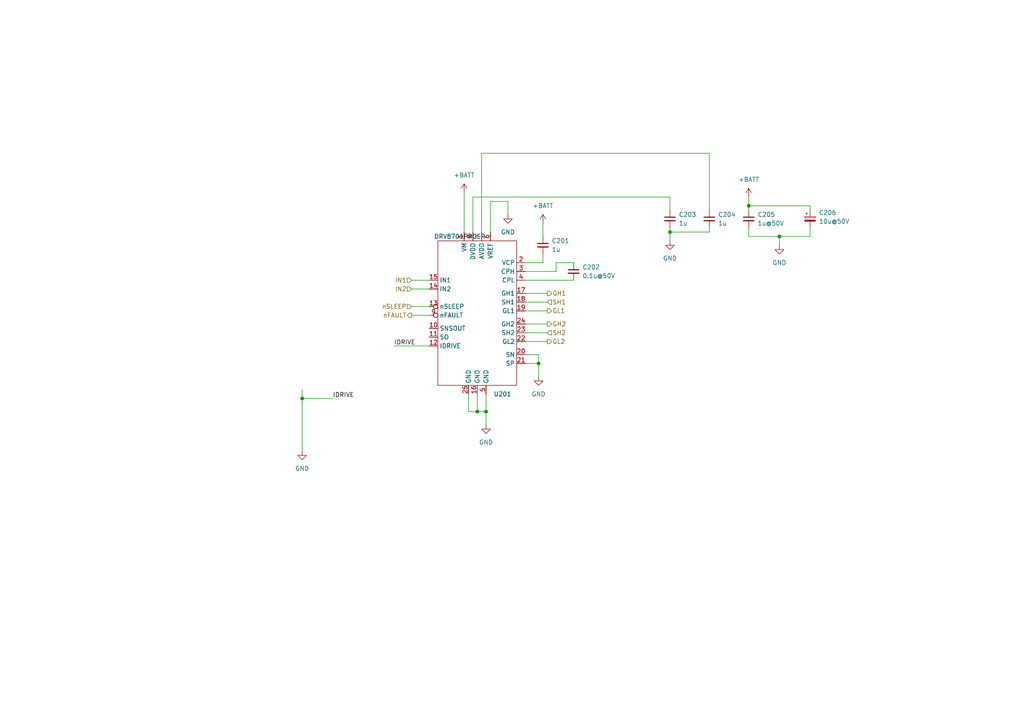
<source format=kicad_sch>
(kicad_sch (version 20230121) (generator eeschema)
  (paper "A4")
  (lib_symbols
    (symbol "Device:C_Polarized_Small" (pin_numbers hide) (pin_names (offset 0.254) hide)
      (property "Reference" "C" (at 0.254 1.778 0))
      (property "Value" "C_Polarized_Small" (at 0.254 -2.032 0))
      (symbol "C_Polarized_Small_0_1"
        (rectangle (start -1.524 -0.3048) (end 1.524 -0.6858) (fill (type outline)))
        (rectangle (start -1.524 0.6858) (end 1.524 0.3048))
        (polyline (pts (xy -1.27 1.524) (xy -0.762 1.524)))
        (polyline (pts (xy -1.016 1.27) (xy -1.016 1.778)))
      )
      (symbol "C_Polarized_Small_1_1"
        (pin passive line (at 0 2.54 270) (length 1.8542) (name "~") (number "1"))
        (pin passive line (at 0 -2.54 90) (length 1.8542) (name "~") (number "2"))
      )
    )
    (symbol "Device:C_Small" (pin_numbers hide) (pin_names (offset 0.254) hide)
      (property "Reference" "C" (at 0.254 1.778 0))
      (property "Value" "C_Small" (at 0.254 -2.032 0))
      (symbol "C_Small_0_1"
        (polyline (pts (xy -1.524 -0.508) (xy 1.524 -0.508)) (stroke (width 0.3302)))
        (polyline (pts (xy -1.524 0.508) (xy 1.524 0.508)) (stroke (width 0.3048)))
      )
      (symbol "C_Small_1_1"
        (pin passive line (at 0 2.54 270) (length 2.032) (name "~") (number "1"))
        (pin passive line (at 0 -2.54 90) (length 2.032) (name "~") (number "2"))
      )
    )
    (symbol "ESC:DRV8701P"
      (property "Reference" "U" (at 6.35 -22.86 0))
      (symbol "DRV8701P_0_0"
        (pin unspecified line (at -3.81 22.86 270) (length 2.54) (name "VM") (number "1"))
        (pin unspecified line (at -13.97 -5.08 0) (length 2.54) (name "SNSOUT") (number "10"))
        (pin unspecified line (at -13.97 -7.62 0) (length 2.54) (name "SO") (number "11"))
        (pin unspecified line (at -13.97 -10.16 0) (length 2.54) (name "IDRIVE") (number "12"))
        (pin unspecified inverted (at -13.97 1.27 0) (length 2.54) (name "nSLEEP") (number "13"))
        (pin unspecified line (at -13.97 6.35 0) (length 2.54) (name "IN2") (number "14"))
        (pin unspecified line (at -13.97 8.89 0) (length 2.54) (name "IN1") (number "15"))
        (pin unspecified line (at 0 -24.13 90) (length 2.54) (name "GND") (number "16"))
        (pin unspecified line (at 13.97 5.08 180) (length 2.54) (name "GH1") (number "17"))
        (pin unspecified line (at 13.97 2.54 180) (length 2.54) (name "SH1") (number "18"))
        (pin unspecified line (at 13.97 0 180) (length 2.54) (name "GL1") (number "19"))
        (pin unspecified line (at 13.97 13.97 180) (length 2.54) (name "VCP") (number "2"))
        (pin unspecified line (at 13.97 -12.7 180) (length 2.54) (name "SN") (number "20"))
        (pin unspecified line (at 13.97 -15.24 180) (length 2.54) (name "SP") (number "21"))
        (pin unspecified line (at 13.97 -8.89 180) (length 2.54) (name "GL2") (number "22"))
        (pin unspecified line (at 13.97 -6.35 180) (length 2.54) (name "SH2") (number "23"))
        (pin unspecified line (at 13.97 -3.81 180) (length 2.54) (name "GH2") (number "24"))
        (pin unspecified line (at 13.97 11.43 180) (length 2.54) (name "CPH") (number "3"))
        (pin unspecified line (at 13.97 8.89 180) (length 2.54) (name "CPL") (number "4"))
        (pin unspecified line (at 2.54 -24.13 90) (length 2.54) (name "GND") (number "5"))
        (pin unspecified line (at 3.81 22.86 270) (length 2.54) (name "VREF") (number "6"))
        (pin unspecified line (at 1.27 22.86 270) (length 2.54) (name "AVDD") (number "7"))
        (pin unspecified line (at -1.27 22.86 270) (length 2.54) (name "DVDD") (number "8"))
        (pin unspecified inverted (at -13.97 -1.27 0) (length 2.54) (name "nFAULT") (number "9"))
      )
      (symbol "DRV8701P_0_1"
        (rectangle (start -11.43 20.32) (end 11.43 -21.59))
      )
      (symbol "DRV8701P_1_0"
        (pin unspecified line (at -2.54 -24.13 90) (length 2.54) (name "GND") (number "25"))
      )
    )
    (symbol "power:+BATT" (power) (pin_names (offset 0))
      (property "Value" "+BATT" (at 0 3.556 0))
      (symbol "+BATT_0_1"
        (polyline (pts (xy -0.762 1.27) (xy 0 2.54)))
        (polyline (pts (xy 0 0) (xy 0 2.54)))
        (polyline (pts (xy 0 2.54) (xy 0.762 1.27)))
      )
      (symbol "+BATT_1_1"
        (pin power_in line (at 0 0 90) (length 0) hide (name "+BATT") (number "1"))
      )
    )
    (symbol "power:GND" (power) (pin_names (offset 0))
      (property "Value" "GND" (at 0 -3.81 0))
      (symbol "GND_0_1"
        (polyline (pts (xy 0 0) (xy 0 -1.27) (xy 1.27 -1.27) (xy 0 -2.54) (xy -1.27 -1.27) (xy 0 -1.27)))
      )
      (symbol "GND_1_1"
        (pin power_in line (at 0 0 270) (length 0) hide (name "GND") (number "1"))
      )
    )
  )
  (junction (at 140.97 119.38))
  (junction (at 194.31 67.31))
  (junction (at 87.63 115.57))
  (junction (at 226.06 68.58))
  (junction (at 217.17 59.69))
  (junction (at 156.21 105.41))
  (junction (at 138.43 119.38))
  (wire (pts (xy 156.21 105.41) (xy 152.4 105.41)))
  (wire (pts (xy 152.4 90.17) (xy 158.75 90.17)))
  (wire (pts (xy 139.7 44.45) (xy 139.7 67.31)))
  (wire (pts (xy 157.48 64.77) (xy 157.48 68.58)))
  (wire (pts (xy 157.48 76.2) (xy 152.4 76.2)))
  (wire (pts (xy 156.21 102.87) (xy 156.21 105.41)))
  (wire (pts (xy 137.16 57.15) (xy 194.31 57.15)))
  (wire (pts (xy 87.63 115.57) (xy 96.52 115.57)))
  (wire (pts (xy 138.43 119.38) (xy 140.97 119.38)))
  (wire (pts (xy 234.95 68.58) (xy 226.06 68.58)))
  (wire (pts (xy 147.32 62.23) (xy 147.32 58.42)))
  (wire (pts (xy 205.74 66.04) (xy 205.74 67.31)))
  (wire (pts (xy 194.31 57.15) (xy 194.31 60.96)))
  (wire (pts (xy 152.4 78.74) (xy 161.29 78.74)))
  (wire (pts (xy 152.4 99.06) (xy 158.75 99.06)))
  (wire (pts (xy 134.62 55.88) (xy 134.62 67.31)))
  (wire (pts (xy 137.16 57.15) (xy 137.16 67.31)))
  (wire (pts (xy 135.89 119.38) (xy 138.43 119.38)))
  (wire (pts (xy 140.97 119.38) (xy 140.97 123.19)))
  (wire (pts (xy 217.17 66.04) (xy 217.17 68.58)))
  (wire (pts (xy 205.74 44.45) (xy 205.74 60.96)))
  (wire (pts (xy 87.63 115.57) (xy 87.63 130.81)))
  (wire (pts (xy 152.4 81.28) (xy 166.37 81.28)))
  (wire (pts (xy 217.17 59.69) (xy 217.17 60.96)))
  (wire (pts (xy 234.95 60.96) (xy 234.95 59.69)))
  (wire (pts (xy 152.4 93.98) (xy 158.75 93.98)))
  (wire (pts (xy 140.97 114.3) (xy 140.97 119.38)))
  (wire (pts (xy 152.4 85.09) (xy 158.75 85.09)))
  (wire (pts (xy 135.89 114.3) (xy 135.89 119.38)))
  (wire (pts (xy 234.95 66.04) (xy 234.95 68.58)))
  (wire (pts (xy 119.38 81.28) (xy 124.46 81.28)))
  (wire (pts (xy 87.63 113.03) (xy 87.63 115.57)))
  (wire (pts (xy 217.17 59.69) (xy 234.95 59.69)))
  (wire (pts (xy 139.7 44.45) (xy 205.74 44.45)))
  (wire (pts (xy 156.21 105.41) (xy 156.21 109.22)))
  (wire (pts (xy 161.29 76.2) (xy 166.37 76.2)))
  (wire (pts (xy 152.4 102.87) (xy 156.21 102.87)))
  (wire (pts (xy 152.4 96.52) (xy 158.75 96.52)))
  (wire (pts (xy 119.38 91.44) (xy 124.46 91.44)))
  (wire (pts (xy 217.17 68.58) (xy 226.06 68.58)))
  (wire (pts (xy 119.38 83.82) (xy 124.46 83.82)))
  (wire (pts (xy 138.43 114.3) (xy 138.43 119.38)))
  (wire (pts (xy 217.17 57.15) (xy 217.17 59.69)))
  (wire (pts (xy 157.48 73.66) (xy 157.48 76.2)))
  (wire (pts (xy 152.4 87.63) (xy 158.75 87.63)))
  (wire (pts (xy 147.32 58.42) (xy 142.24 58.42)))
  (wire (pts (xy 226.06 68.58) (xy 226.06 71.12)))
  (wire (pts (xy 114.3 100.33) (xy 124.46 100.33)))
  (wire (pts (xy 205.74 67.31) (xy 194.31 67.31)))
  (wire (pts (xy 194.31 66.04) (xy 194.31 67.31)))
  (wire (pts (xy 161.29 78.74) (xy 161.29 76.2)))
  (wire (pts (xy 142.24 58.42) (xy 142.24 67.31)))
  (wire (pts (xy 119.38 88.9) (xy 124.46 88.9)))
  (wire (pts (xy 194.31 67.31) (xy 194.31 69.85)))
  (label "IDRIVE" (at 114.3 100.33 0))
  (label "IDRIVE" (at 96.52 115.57 0))
  (hierarchical_label "GH2" (shape output) (at 158.75 93.98 0))
  (hierarchical_label "IN1" (shape input) (at 119.38 81.28 180))
  (hierarchical_label "GL2" (shape output) (at 158.75 99.06 0))
  (hierarchical_label "nSLEEP" (shape input) (at 119.38 88.9 180))
  (hierarchical_label "GH1" (shape output) (at 158.75 85.09 0))
  (hierarchical_label "GL1" (shape output) (at 158.75 90.17 0))
  (hierarchical_label "IN2" (shape input) (at 119.38 83.82 180))
  (hierarchical_label "SH1" (shape input) (at 158.75 87.63 0))
  (hierarchical_label "nFAULT" (shape output) (at 119.38 91.44 180))
  (hierarchical_label "SH2" (shape input) (at 158.75 96.52 0))
  (symbol (lib_id "ESC:DRV8701P") (at 138.43 90.17 0) (unit 1)
    (property "Reference" "U201" (at 143.1641 114.3 0) (effects (justify left)))
    (property "Value" "DRV8701PRGER" (at 133.35 68.58 0))
    (property "Footprint" "Package_DFN_QFN:Texas_S-PVQFN-N24_EP2.1x2.1mm" (effects hide))
    (instances (project "go-kart-esc" (path "" (reference "U201") (unit 1)) (path "" (reference "U501") (unit 1))))
  )
  (symbol (lib_id "Device:C_Small") (at 157.48 71.12 0) (unit 1)
    (property "Reference" "C201" (at 160.02 69.8563 0) (effects (justify left)))
    (property "Value" "1u" (at 160.02 72.3963 0) (effects (justify left)))
    (property "Footprint" "Capacitor_SMD:C_0402_1005Metric_Pad0.74x0.62mm_HandSolder" (effects hide))
    (instances (project "go-kart-esc" (path "" (reference "C201") (unit 1)) (path "" (reference "C501") (unit 1))))
  )
  (symbol (lib_id "Device:C_Small") (at 194.31 63.5 0) (unit 1)
    (property "Reference" "C203" (at 196.85 62.2363 0) (effects (justify left)))
    (property "Value" "1u" (at 196.85 64.7763 0) (effects (justify left)))
    (property "Footprint" "Capacitor_SMD:C_0402_1005Metric_Pad0.74x0.62mm_HandSolder" (effects hide))
    (instances (project "go-kart-esc" (path "" (reference "C203") (unit 1)) (path "" (reference "C503") (unit 1))))
  )
  (symbol (lib_id "power:+BATT") (at 217.17 57.15 0) (unit 1)
    (property "Reference" "#PWR0601" (effects hide))
    (property "Value" "+BATT" (at 217.17 52.07 0))
    (instances (project "go-kart-esc" (path "" (reference "#PWR0601") (unit 1)) (path "" (reference "#PWR0301") (unit 1)) (path "" (reference "#PWR0213") (unit 1)) (path "" (reference "#PWR0513") (unit 1))))
  )
  (symbol (lib_id "power:+BATT") (at 134.62 55.88 0) (unit 1)
    (property "Reference" "#PWR0601" (effects hide))
    (property "Value" "+BATT" (at 134.62 50.8 0))
    (instances (project "go-kart-esc" (path "" (reference "#PWR0601") (unit 1)) (path "" (reference "#PWR0301") (unit 1)) (path "" (reference "#PWR0203") (unit 1)) (path "" (reference "#PWR0503") (unit 1))))
  )
  (symbol (lib_id "power:+BATT") (at 157.48 64.77 0) (unit 1)
    (property "Reference" "#PWR0601" (effects hide))
    (property "Value" "+BATT" (at 157.48 59.69 0))
    (instances (project "go-kart-esc" (path "" (reference "#PWR0601") (unit 1)) (path "" (reference "#PWR0301") (unit 1)) (path "" (reference "#PWR0209") (unit 1)) (path "" (reference "#PWR0509") (unit 1))))
  )
  (symbol (lib_id "power:GND") (at 226.06 71.12 0) (unit 1)
    (property "Reference" "#PWR0214" (effects hide))
    (property "Value" "GND" (at 226.06 76.2 0))
    (instances (project "go-kart-esc" (path "" (reference "#PWR0214") (unit 1)) (path "" (reference "#PWR0514") (unit 1))))
  )
  (symbol (lib_id "power:GND") (at 87.63 130.81 0) (unit 1)
    (property "Reference" "#PWR0202" (effects hide))
    (property "Value" "GND" (at 87.63 135.89 0))
    (instances (project "go-kart-esc" (path "" (reference "#PWR0202") (unit 1)) (path "" (reference "#PWR0502") (unit 1))))
  )
  (symbol (lib_id "Device:C_Small") (at 166.37 78.74 0) (unit 1)
    (property "Reference" "C202" (at 168.91 77.4763 0) (effects (justify left)))
    (property "Value" "0.1u@50V" (at 168.91 80.0163 0) (effects (justify left)))
    (property "Footprint" "Capacitor_SMD:C_0603_1608Metric_Pad1.08x0.95mm_HandSolder" (effects hide))
    (instances (project "go-kart-esc" (path "" (reference "C202") (unit 1)) (path "" (reference "C502") (unit 1))))
  )
  (symbol (lib_id "Device:C_Polarized_Small") (at 234.95 63.5 0) (unit 1)
    (property "Reference" "C206" (at 237.49 61.6839 0) (effects (justify left)))
    (property "Value" "10u@50V" (at 237.49 64.2239 0) (effects (justify left)))
    (property "Footprint" "Capacitor_SMD:CP_Elec_5x5.8" (effects hide))
    (instances (project "go-kart-esc" (path "" (reference "C206") (unit 1)) (path "" (reference "C506") (unit 1))))
  )
  (symbol (lib_id "Device:C_Small") (at 205.74 63.5 0) (unit 1)
    (property "Reference" "C204" (at 208.28 62.2363 0) (effects (justify left)))
    (property "Value" "1u" (at 208.28 64.7763 0) (effects (justify left)))
    (property "Footprint" "Capacitor_SMD:C_0402_1005Metric_Pad0.74x0.62mm_HandSolder" (effects hide))
    (instances (project "go-kart-esc" (path "" (reference "C204") (unit 1)) (path "" (reference "C504") (unit 1))))
  )
  (symbol (lib_id "power:GND") (at 147.32 62.23 0) (unit 1)
    (property "Reference" "#PWR0207" (effects hide))
    (property "Value" "GND" (at 147.32 67.31 0))
    (instances (project "go-kart-esc" (path "" (reference "#PWR0207") (unit 1)) (path "" (reference "#PWR0507") (unit 1))))
  )
  (symbol (lib_id "power:GND") (at 140.97 123.19 0) (unit 1)
    (property "Reference" "#PWR0206" (effects hide))
    (property "Value" "GND" (at 140.97 128.27 0))
    (instances (project "go-kart-esc" (path "" (reference "#PWR0206") (unit 1)) (path "" (reference "#PWR0506") (unit 1))))
  )
  (symbol (lib_id "Device:C_Small") (at 217.17 63.5 0) (unit 1)
    (property "Reference" "C205" (at 219.71 62.2363 0) (effects (justify left)))
    (property "Value" "1u@50V" (at 219.71 64.7763 0) (effects (justify left)))
    (property "Footprint" "Capacitor_SMD:C_0402_1005Metric_Pad0.74x0.62mm_HandSolder" (effects hide))
    (instances (project "go-kart-esc" (path "" (reference "C205") (unit 1)) (path "" (reference "C505") (unit 1))))
  )
  (symbol (lib_id "power:GND") (at 156.21 109.22 0) (unit 1)
    (property "Reference" "#PWR0208" (effects hide))
    (property "Value" "GND" (at 156.21 114.3 0))
    (instances (project "go-kart-esc" (path "" (reference "#PWR0208") (unit 1)) (path "" (reference "#PWR0508") (unit 1))))
  )
  (symbol (lib_id "power:GND") (at 194.31 69.85 0) (unit 1)
    (property "Reference" "#PWR0211" (effects hide))
    (property "Value" "GND" (at 194.31 74.93 0))
    (instances (project "go-kart-esc" (path "" (reference "#PWR0211") (unit 1)) (path "" (reference "#PWR0511") (unit 1))))
  )
)
</source>
